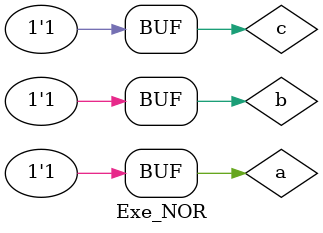
<source format=v>



module NOR ( s1, e1, e2, e3);

output s1;
input e1, e2, e3;

assign s1 = ~( e1 | e2 | e3 );

endmodule

module Exe_NOR;

reg a, b, c;
wire e;

NOR NOR1( e, a, b, c);

initial begin
$display("Guia 01 Ex02");
$display("Vinicius dos Santos Bordoni");
$display("365595");

$display("Teste da porta NOR com 3 entradas.");
$display("\n e1 e2 e3 s1\n");
$monitor(" %b  %b  %b   %b", a, b, c, e);

#1 a=0; b=0; c=0; 
#1 a=0; b=0; c=1; 
#1 a=0; b=1; c=0; 
#1 a=0; b=0; c=1; 
#1 a=0; b=1; c=1; 
#1 a=1; b=0; c=0; 
#1 a=1; b=0; c=1; 
#1 a=1; b=1; c=0; 
#1 a=1; b=1; c=1; 

end

endmodule
</source>
